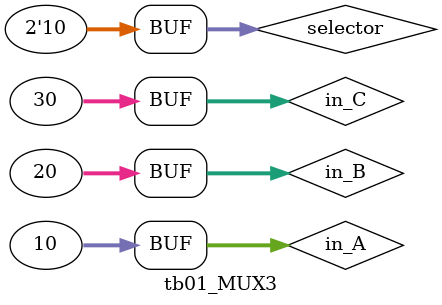
<source format=v>
`timescale 1ns / 1ps

module tb01_MUX3(
    );
    reg [1:0] selector;
    reg [31:0] in_A;
    reg [31:0] in_B;
    reg [31:0] in_C;
    wire [31:0] out;
    
    MUX3 uut(
        selector,in_A,in_B,in_C,
        out
        );
    
    initial begin
        selector = 0;
        
        #100 in_A = 10;
        in_B = 20;
        in_C = 30;
        #300 selector = 1;
        #300 selector = 2;
         
    end
endmodule
</source>
